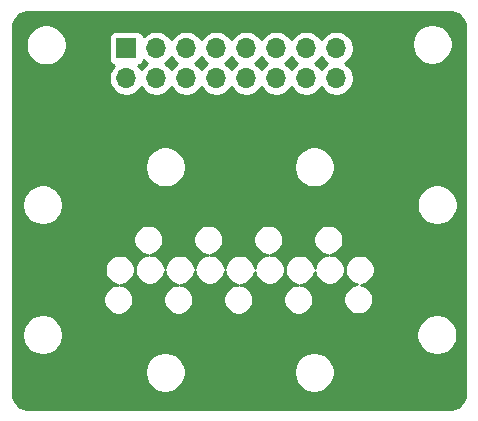
<source format=gtl>
G04 #@! TF.GenerationSoftware,KiCad,Pcbnew,(5.1.12)-1*
G04 #@! TF.CreationDate,2022-03-26T22:13:31+08:00*
G04 #@! TF.ProjectId,Nozzle,4e6f7a7a-6c65-42e6-9b69-6361645f7063,0.5*
G04 #@! TF.SameCoordinates,Original*
G04 #@! TF.FileFunction,Copper,L1,Top*
G04 #@! TF.FilePolarity,Positive*
%FSLAX46Y46*%
G04 Gerber Fmt 4.6, Leading zero omitted, Abs format (unit mm)*
G04 Created by KiCad (PCBNEW (5.1.12)-1) date 2022-03-26 22:13:31*
%MOMM*%
%LPD*%
G01*
G04 APERTURE LIST*
G04 #@! TA.AperFunction,ComponentPad*
%ADD10O,1.700000X1.700000*%
G04 #@! TD*
G04 #@! TA.AperFunction,ComponentPad*
%ADD11R,1.700000X1.700000*%
G04 #@! TD*
G04 #@! TA.AperFunction,NonConductor*
%ADD12C,0.254000*%
G04 #@! TD*
G04 #@! TA.AperFunction,NonConductor*
%ADD13C,0.100000*%
G04 #@! TD*
G04 APERTURE END LIST*
D10*
X146304000Y-47244000D03*
X146304000Y-44704000D03*
X143764000Y-47244000D03*
X143764000Y-44704000D03*
X141224000Y-47244000D03*
X141224000Y-44704000D03*
X138684000Y-47244000D03*
X138684000Y-44704000D03*
X136144000Y-47244000D03*
X136144000Y-44704000D03*
X133604000Y-47244000D03*
X133604000Y-44704000D03*
X131064000Y-47244000D03*
X131064000Y-44704000D03*
X128524000Y-47244000D03*
D11*
X128524000Y-44704000D03*
D12*
X156122342Y-41635930D02*
X156372112Y-41711340D01*
X156602475Y-41833827D01*
X156804661Y-41998726D01*
X156970970Y-42199759D01*
X157095061Y-42429260D01*
X157172212Y-42678496D01*
X157202683Y-42968411D01*
X157202682Y-73915048D01*
X157174057Y-74206987D01*
X157098647Y-74456756D01*
X156976159Y-74687121D01*
X156811262Y-74889305D01*
X156610227Y-75055615D01*
X156380727Y-75179705D01*
X156131491Y-75256856D01*
X155841585Y-75287326D01*
X120297261Y-75287326D01*
X120005332Y-75258702D01*
X119755564Y-75183293D01*
X119525198Y-75060805D01*
X119323013Y-74895907D01*
X119156704Y-74694873D01*
X119032613Y-74465372D01*
X118955460Y-74216132D01*
X118924990Y-73926228D01*
X118924990Y-71977817D01*
X130091000Y-71977817D01*
X130091000Y-72319583D01*
X130157675Y-72654781D01*
X130288463Y-72970531D01*
X130478337Y-73254698D01*
X130720002Y-73496363D01*
X131004169Y-73686237D01*
X131319919Y-73817025D01*
X131655117Y-73883700D01*
X131996883Y-73883700D01*
X132332081Y-73817025D01*
X132647831Y-73686237D01*
X132931998Y-73496363D01*
X133173663Y-73254698D01*
X133363537Y-72970531D01*
X133494325Y-72654781D01*
X133561000Y-72319583D01*
X133561000Y-71977817D01*
X142702100Y-71977817D01*
X142702100Y-72319583D01*
X142768775Y-72654781D01*
X142899563Y-72970531D01*
X143089437Y-73254698D01*
X143331102Y-73496363D01*
X143615269Y-73686237D01*
X143931019Y-73817025D01*
X144266217Y-73883700D01*
X144607983Y-73883700D01*
X144943181Y-73817025D01*
X145258931Y-73686237D01*
X145543098Y-73496363D01*
X145784763Y-73254698D01*
X145974637Y-72970531D01*
X146105425Y-72654781D01*
X146172100Y-72319583D01*
X146172100Y-71977817D01*
X146105425Y-71642619D01*
X145974637Y-71326869D01*
X145784763Y-71042702D01*
X145543098Y-70801037D01*
X145258931Y-70611163D01*
X144943181Y-70480375D01*
X144607983Y-70413700D01*
X144266217Y-70413700D01*
X143931019Y-70480375D01*
X143615269Y-70611163D01*
X143331102Y-70801037D01*
X143089437Y-71042702D01*
X142899563Y-71326869D01*
X142768775Y-71642619D01*
X142702100Y-71977817D01*
X133561000Y-71977817D01*
X133494325Y-71642619D01*
X133363537Y-71326869D01*
X133173663Y-71042702D01*
X132931998Y-70801037D01*
X132647831Y-70611163D01*
X132332081Y-70480375D01*
X131996883Y-70413700D01*
X131655117Y-70413700D01*
X131319919Y-70480375D01*
X131004169Y-70611163D01*
X130720002Y-70801037D01*
X130478337Y-71042702D01*
X130288463Y-71326869D01*
X130157675Y-71642619D01*
X130091000Y-71977817D01*
X118924990Y-71977817D01*
X118924990Y-68777417D01*
X119702400Y-68777417D01*
X119702400Y-69119183D01*
X119769075Y-69454381D01*
X119899863Y-69770131D01*
X120089737Y-70054298D01*
X120331402Y-70295963D01*
X120615569Y-70485837D01*
X120931319Y-70616625D01*
X121266517Y-70683300D01*
X121608283Y-70683300D01*
X121943481Y-70616625D01*
X122259231Y-70485837D01*
X122543398Y-70295963D01*
X122785063Y-70054298D01*
X122974937Y-69770131D01*
X123105725Y-69454381D01*
X123172400Y-69119183D01*
X123172400Y-68777417D01*
X153090700Y-68777417D01*
X153090700Y-69119183D01*
X153157375Y-69454381D01*
X153288163Y-69770131D01*
X153478037Y-70054298D01*
X153719702Y-70295963D01*
X154003869Y-70485837D01*
X154319619Y-70616625D01*
X154654817Y-70683300D01*
X154996583Y-70683300D01*
X155331781Y-70616625D01*
X155647531Y-70485837D01*
X155931698Y-70295963D01*
X156173363Y-70054298D01*
X156363237Y-69770131D01*
X156494025Y-69454381D01*
X156560700Y-69119183D01*
X156560700Y-68777417D01*
X156494025Y-68442219D01*
X156363237Y-68126469D01*
X156173363Y-67842302D01*
X155931698Y-67600637D01*
X155647531Y-67410763D01*
X155331781Y-67279975D01*
X154996583Y-67213300D01*
X154654817Y-67213300D01*
X154319619Y-67279975D01*
X154003869Y-67410763D01*
X153719702Y-67600637D01*
X153478037Y-67842302D01*
X153288163Y-68126469D01*
X153157375Y-68442219D01*
X153090700Y-68777417D01*
X123172400Y-68777417D01*
X123105725Y-68442219D01*
X122974937Y-68126469D01*
X122785063Y-67842302D01*
X122543398Y-67600637D01*
X122259231Y-67410763D01*
X121943481Y-67279975D01*
X121608283Y-67213300D01*
X121266517Y-67213300D01*
X120931319Y-67279975D01*
X120615569Y-67410763D01*
X120331402Y-67600637D01*
X120089737Y-67842302D01*
X119899863Y-68126469D01*
X119769075Y-68442219D01*
X119702400Y-68777417D01*
X118924990Y-68777417D01*
X118924990Y-65864116D01*
X126568200Y-65864116D01*
X126568200Y-66114284D01*
X126617005Y-66359645D01*
X126712741Y-66590771D01*
X126851727Y-66798778D01*
X127028622Y-66975673D01*
X127236629Y-67114659D01*
X127467755Y-67210395D01*
X127713116Y-67259200D01*
X127963284Y-67259200D01*
X128208645Y-67210395D01*
X128439771Y-67114659D01*
X128647778Y-66975673D01*
X128824673Y-66798778D01*
X128963659Y-66590771D01*
X129059395Y-66359645D01*
X129108200Y-66114284D01*
X129108200Y-65864116D01*
X129059395Y-65618755D01*
X128963659Y-65387629D01*
X128824673Y-65179622D01*
X128647778Y-65002727D01*
X128439771Y-64863741D01*
X128208645Y-64768005D01*
X127963284Y-64719200D01*
X128090284Y-64719200D01*
X128335645Y-64670395D01*
X128566771Y-64574659D01*
X128774778Y-64435673D01*
X128951673Y-64258778D01*
X129090659Y-64050771D01*
X129186395Y-63819645D01*
X129235200Y-63574284D01*
X129235200Y-63324116D01*
X129186395Y-63078755D01*
X129090659Y-62847629D01*
X128951673Y-62639622D01*
X128774778Y-62462727D01*
X128566771Y-62323741D01*
X128335645Y-62228005D01*
X128090284Y-62179200D01*
X127840116Y-62179200D01*
X127594755Y-62228005D01*
X127363629Y-62323741D01*
X127155622Y-62462727D01*
X126978727Y-62639622D01*
X126839741Y-62847629D01*
X126744005Y-63078755D01*
X126695200Y-63324116D01*
X126695200Y-63574284D01*
X126744005Y-63819645D01*
X126839741Y-64050771D01*
X126978727Y-64258778D01*
X127155622Y-64435673D01*
X127363629Y-64574659D01*
X127594755Y-64670395D01*
X127840116Y-64719200D01*
X127713116Y-64719200D01*
X127467755Y-64768005D01*
X127236629Y-64863741D01*
X127028622Y-65002727D01*
X126851727Y-65179622D01*
X126712741Y-65387629D01*
X126617005Y-65618755D01*
X126568200Y-65864116D01*
X118924990Y-65864116D01*
X118924990Y-60784116D01*
X129108200Y-60784116D01*
X129108200Y-61034284D01*
X129157005Y-61279645D01*
X129252741Y-61510771D01*
X129391727Y-61718778D01*
X129568622Y-61895673D01*
X129776629Y-62034659D01*
X130007755Y-62130395D01*
X130253116Y-62179200D01*
X130392816Y-62179200D01*
X130147455Y-62228005D01*
X129916329Y-62323741D01*
X129708322Y-62462727D01*
X129531427Y-62639622D01*
X129392441Y-62847629D01*
X129296705Y-63078755D01*
X129247900Y-63324116D01*
X129247900Y-63574284D01*
X129296705Y-63819645D01*
X129392441Y-64050771D01*
X129531427Y-64258778D01*
X129708322Y-64435673D01*
X129916329Y-64574659D01*
X130147455Y-64670395D01*
X130392816Y-64719200D01*
X130642984Y-64719200D01*
X130888345Y-64670395D01*
X131119471Y-64574659D01*
X131327478Y-64435673D01*
X131504373Y-64258778D01*
X131643359Y-64050771D01*
X131739095Y-63819645D01*
X131787900Y-63574284D01*
X131836705Y-63819645D01*
X131932441Y-64050771D01*
X132071427Y-64258778D01*
X132248322Y-64435673D01*
X132456329Y-64574659D01*
X132687455Y-64670395D01*
X132932816Y-64719200D01*
X132793116Y-64719200D01*
X132547755Y-64768005D01*
X132316629Y-64863741D01*
X132108622Y-65002727D01*
X131931727Y-65179622D01*
X131792741Y-65387629D01*
X131697005Y-65618755D01*
X131648200Y-65864116D01*
X131648200Y-66114284D01*
X131697005Y-66359645D01*
X131792741Y-66590771D01*
X131931727Y-66798778D01*
X132108622Y-66975673D01*
X132316629Y-67114659D01*
X132547755Y-67210395D01*
X132793116Y-67259200D01*
X133043284Y-67259200D01*
X133288645Y-67210395D01*
X133519771Y-67114659D01*
X133727778Y-66975673D01*
X133904673Y-66798778D01*
X134043659Y-66590771D01*
X134139395Y-66359645D01*
X134188200Y-66114284D01*
X134188200Y-65864116D01*
X134139395Y-65618755D01*
X134043659Y-65387629D01*
X133904673Y-65179622D01*
X133727778Y-65002727D01*
X133519771Y-64863741D01*
X133288645Y-64768005D01*
X133043284Y-64719200D01*
X133182984Y-64719200D01*
X133428345Y-64670395D01*
X133659471Y-64574659D01*
X133867478Y-64435673D01*
X134044373Y-64258778D01*
X134183359Y-64050771D01*
X134279095Y-63819645D01*
X134327900Y-63574284D01*
X134376705Y-63819645D01*
X134472441Y-64050771D01*
X134611427Y-64258778D01*
X134788322Y-64435673D01*
X134996329Y-64574659D01*
X135227455Y-64670395D01*
X135472816Y-64719200D01*
X135722984Y-64719200D01*
X135968345Y-64670395D01*
X136199471Y-64574659D01*
X136407478Y-64435673D01*
X136584373Y-64258778D01*
X136723359Y-64050771D01*
X136819095Y-63819645D01*
X136867900Y-63574284D01*
X136916705Y-63819645D01*
X137012441Y-64050771D01*
X137151427Y-64258778D01*
X137328322Y-64435673D01*
X137536329Y-64574659D01*
X137767455Y-64670395D01*
X138012816Y-64719200D01*
X137873116Y-64719200D01*
X137627755Y-64768005D01*
X137396629Y-64863741D01*
X137188622Y-65002727D01*
X137011727Y-65179622D01*
X136872741Y-65387629D01*
X136777005Y-65618755D01*
X136728200Y-65864116D01*
X136728200Y-66114284D01*
X136777005Y-66359645D01*
X136872741Y-66590771D01*
X137011727Y-66798778D01*
X137188622Y-66975673D01*
X137396629Y-67114659D01*
X137627755Y-67210395D01*
X137873116Y-67259200D01*
X138123284Y-67259200D01*
X138368645Y-67210395D01*
X138599771Y-67114659D01*
X138807778Y-66975673D01*
X138984673Y-66798778D01*
X139123659Y-66590771D01*
X139219395Y-66359645D01*
X139268200Y-66114284D01*
X139268200Y-65864116D01*
X141808200Y-65864116D01*
X141808200Y-66114284D01*
X141857005Y-66359645D01*
X141952741Y-66590771D01*
X142091727Y-66798778D01*
X142268622Y-66975673D01*
X142476629Y-67114659D01*
X142707755Y-67210395D01*
X142953116Y-67259200D01*
X143203284Y-67259200D01*
X143448645Y-67210395D01*
X143679771Y-67114659D01*
X143887778Y-66975673D01*
X144064673Y-66798778D01*
X144203659Y-66590771D01*
X144299395Y-66359645D01*
X144348200Y-66114284D01*
X144348200Y-65864116D01*
X144343148Y-65838716D01*
X146888200Y-65838716D01*
X146888200Y-66088884D01*
X146937005Y-66334245D01*
X147032741Y-66565371D01*
X147171727Y-66773378D01*
X147348622Y-66950273D01*
X147556629Y-67089259D01*
X147787755Y-67184995D01*
X148033116Y-67233800D01*
X148283284Y-67233800D01*
X148528645Y-67184995D01*
X148759771Y-67089259D01*
X148967778Y-66950273D01*
X149144673Y-66773378D01*
X149283659Y-66565371D01*
X149379395Y-66334245D01*
X149428200Y-66088884D01*
X149428200Y-65838716D01*
X149379395Y-65593355D01*
X149283659Y-65362229D01*
X149144673Y-65154222D01*
X148967778Y-64977327D01*
X148759771Y-64838341D01*
X148528645Y-64742605D01*
X148410979Y-64719200D01*
X148422984Y-64719200D01*
X148668345Y-64670395D01*
X148899471Y-64574659D01*
X149107478Y-64435673D01*
X149284373Y-64258778D01*
X149423359Y-64050771D01*
X149519095Y-63819645D01*
X149567900Y-63574284D01*
X149567900Y-63324116D01*
X149519095Y-63078755D01*
X149423359Y-62847629D01*
X149284373Y-62639622D01*
X149107478Y-62462727D01*
X148899471Y-62323741D01*
X148668345Y-62228005D01*
X148422984Y-62179200D01*
X148172816Y-62179200D01*
X147927455Y-62228005D01*
X147696329Y-62323741D01*
X147488322Y-62462727D01*
X147311427Y-62639622D01*
X147172441Y-62847629D01*
X147076705Y-63078755D01*
X147027900Y-63324116D01*
X147027900Y-63574284D01*
X147076705Y-63819645D01*
X147172441Y-64050771D01*
X147311427Y-64258778D01*
X147488322Y-64435673D01*
X147696329Y-64574659D01*
X147927455Y-64670395D01*
X148045121Y-64693800D01*
X148033116Y-64693800D01*
X147787755Y-64742605D01*
X147556629Y-64838341D01*
X147348622Y-64977327D01*
X147171727Y-65154222D01*
X147032741Y-65362229D01*
X146937005Y-65593355D01*
X146888200Y-65838716D01*
X144343148Y-65838716D01*
X144299395Y-65618755D01*
X144203659Y-65387629D01*
X144064673Y-65179622D01*
X143887778Y-65002727D01*
X143679771Y-64863741D01*
X143448645Y-64768005D01*
X143203284Y-64719200D01*
X143342984Y-64719200D01*
X143588345Y-64670395D01*
X143819471Y-64574659D01*
X144027478Y-64435673D01*
X144204373Y-64258778D01*
X144343359Y-64050771D01*
X144439095Y-63819645D01*
X144481550Y-63606208D01*
X144524005Y-63819645D01*
X144619741Y-64050771D01*
X144758727Y-64258778D01*
X144935622Y-64435673D01*
X145143629Y-64574659D01*
X145374755Y-64670395D01*
X145620116Y-64719200D01*
X145870284Y-64719200D01*
X146115645Y-64670395D01*
X146346771Y-64574659D01*
X146554778Y-64435673D01*
X146731673Y-64258778D01*
X146870659Y-64050771D01*
X146966395Y-63819645D01*
X147015200Y-63574284D01*
X147015200Y-63324116D01*
X146966395Y-63078755D01*
X146870659Y-62847629D01*
X146731673Y-62639622D01*
X146554778Y-62462727D01*
X146346771Y-62323741D01*
X146115645Y-62228005D01*
X145870284Y-62179200D01*
X145755984Y-62179200D01*
X146001345Y-62130395D01*
X146232471Y-62034659D01*
X146440478Y-61895673D01*
X146617373Y-61718778D01*
X146756359Y-61510771D01*
X146852095Y-61279645D01*
X146900900Y-61034284D01*
X146900900Y-60784116D01*
X146852095Y-60538755D01*
X146756359Y-60307629D01*
X146617373Y-60099622D01*
X146440478Y-59922727D01*
X146232471Y-59783741D01*
X146001345Y-59688005D01*
X145755984Y-59639200D01*
X145505816Y-59639200D01*
X145260455Y-59688005D01*
X145029329Y-59783741D01*
X144821322Y-59922727D01*
X144644427Y-60099622D01*
X144505441Y-60307629D01*
X144409705Y-60538755D01*
X144360900Y-60784116D01*
X144360900Y-61034284D01*
X144409705Y-61279645D01*
X144505441Y-61510771D01*
X144644427Y-61718778D01*
X144821322Y-61895673D01*
X145029329Y-62034659D01*
X145260455Y-62130395D01*
X145505816Y-62179200D01*
X145620116Y-62179200D01*
X145374755Y-62228005D01*
X145143629Y-62323741D01*
X144935622Y-62462727D01*
X144758727Y-62639622D01*
X144619741Y-62847629D01*
X144524005Y-63078755D01*
X144481550Y-63292192D01*
X144439095Y-63078755D01*
X144343359Y-62847629D01*
X144204373Y-62639622D01*
X144027478Y-62462727D01*
X143819471Y-62323741D01*
X143588345Y-62228005D01*
X143342984Y-62179200D01*
X143092816Y-62179200D01*
X142847455Y-62228005D01*
X142616329Y-62323741D01*
X142408322Y-62462727D01*
X142231427Y-62639622D01*
X142092441Y-62847629D01*
X141996705Y-63078755D01*
X141947900Y-63324116D01*
X141947900Y-63574284D01*
X141996705Y-63819645D01*
X142092441Y-64050771D01*
X142231427Y-64258778D01*
X142408322Y-64435673D01*
X142616329Y-64574659D01*
X142847455Y-64670395D01*
X143092816Y-64719200D01*
X142953116Y-64719200D01*
X142707755Y-64768005D01*
X142476629Y-64863741D01*
X142268622Y-65002727D01*
X142091727Y-65179622D01*
X141952741Y-65387629D01*
X141857005Y-65618755D01*
X141808200Y-65864116D01*
X139268200Y-65864116D01*
X139219395Y-65618755D01*
X139123659Y-65387629D01*
X138984673Y-65179622D01*
X138807778Y-65002727D01*
X138599771Y-64863741D01*
X138368645Y-64768005D01*
X138123284Y-64719200D01*
X138262984Y-64719200D01*
X138508345Y-64670395D01*
X138739471Y-64574659D01*
X138947478Y-64435673D01*
X139124373Y-64258778D01*
X139263359Y-64050771D01*
X139359095Y-63819645D01*
X139401550Y-63606208D01*
X139444005Y-63819645D01*
X139539741Y-64050771D01*
X139678727Y-64258778D01*
X139855622Y-64435673D01*
X140063629Y-64574659D01*
X140294755Y-64670395D01*
X140540116Y-64719200D01*
X140790284Y-64719200D01*
X141035645Y-64670395D01*
X141266771Y-64574659D01*
X141474778Y-64435673D01*
X141651673Y-64258778D01*
X141790659Y-64050771D01*
X141886395Y-63819645D01*
X141935200Y-63574284D01*
X141935200Y-63324116D01*
X141886395Y-63078755D01*
X141790659Y-62847629D01*
X141651673Y-62639622D01*
X141474778Y-62462727D01*
X141266771Y-62323741D01*
X141035645Y-62228005D01*
X140790284Y-62179200D01*
X140663284Y-62179200D01*
X140908645Y-62130395D01*
X141139771Y-62034659D01*
X141347778Y-61895673D01*
X141524673Y-61718778D01*
X141663659Y-61510771D01*
X141759395Y-61279645D01*
X141808200Y-61034284D01*
X141808200Y-60784116D01*
X141759395Y-60538755D01*
X141663659Y-60307629D01*
X141524673Y-60099622D01*
X141347778Y-59922727D01*
X141139771Y-59783741D01*
X140908645Y-59688005D01*
X140663284Y-59639200D01*
X140413116Y-59639200D01*
X140167755Y-59688005D01*
X139936629Y-59783741D01*
X139728622Y-59922727D01*
X139551727Y-60099622D01*
X139412741Y-60307629D01*
X139317005Y-60538755D01*
X139268200Y-60784116D01*
X139268200Y-61034284D01*
X139317005Y-61279645D01*
X139412741Y-61510771D01*
X139551727Y-61718778D01*
X139728622Y-61895673D01*
X139936629Y-62034659D01*
X140167755Y-62130395D01*
X140413116Y-62179200D01*
X140540116Y-62179200D01*
X140294755Y-62228005D01*
X140063629Y-62323741D01*
X139855622Y-62462727D01*
X139678727Y-62639622D01*
X139539741Y-62847629D01*
X139444005Y-63078755D01*
X139401550Y-63292192D01*
X139359095Y-63078755D01*
X139263359Y-62847629D01*
X139124373Y-62639622D01*
X138947478Y-62462727D01*
X138739471Y-62323741D01*
X138508345Y-62228005D01*
X138262984Y-62179200D01*
X138012816Y-62179200D01*
X137767455Y-62228005D01*
X137536329Y-62323741D01*
X137328322Y-62462727D01*
X137151427Y-62639622D01*
X137012441Y-62847629D01*
X136916705Y-63078755D01*
X136867900Y-63324116D01*
X136819095Y-63078755D01*
X136723359Y-62847629D01*
X136584373Y-62639622D01*
X136407478Y-62462727D01*
X136199471Y-62323741D01*
X135968345Y-62228005D01*
X135722984Y-62179200D01*
X135583284Y-62179200D01*
X135828645Y-62130395D01*
X136059771Y-62034659D01*
X136267778Y-61895673D01*
X136444673Y-61718778D01*
X136583659Y-61510771D01*
X136679395Y-61279645D01*
X136728200Y-61034284D01*
X136728200Y-60784116D01*
X136679395Y-60538755D01*
X136583659Y-60307629D01*
X136444673Y-60099622D01*
X136267778Y-59922727D01*
X136059771Y-59783741D01*
X135828645Y-59688005D01*
X135583284Y-59639200D01*
X135333116Y-59639200D01*
X135087755Y-59688005D01*
X134856629Y-59783741D01*
X134648622Y-59922727D01*
X134471727Y-60099622D01*
X134332741Y-60307629D01*
X134237005Y-60538755D01*
X134188200Y-60784116D01*
X134188200Y-61034284D01*
X134237005Y-61279645D01*
X134332741Y-61510771D01*
X134471727Y-61718778D01*
X134648622Y-61895673D01*
X134856629Y-62034659D01*
X135087755Y-62130395D01*
X135333116Y-62179200D01*
X135472816Y-62179200D01*
X135227455Y-62228005D01*
X134996329Y-62323741D01*
X134788322Y-62462727D01*
X134611427Y-62639622D01*
X134472441Y-62847629D01*
X134376705Y-63078755D01*
X134327900Y-63324116D01*
X134279095Y-63078755D01*
X134183359Y-62847629D01*
X134044373Y-62639622D01*
X133867478Y-62462727D01*
X133659471Y-62323741D01*
X133428345Y-62228005D01*
X133182984Y-62179200D01*
X132932816Y-62179200D01*
X132687455Y-62228005D01*
X132456329Y-62323741D01*
X132248322Y-62462727D01*
X132071427Y-62639622D01*
X131932441Y-62847629D01*
X131836705Y-63078755D01*
X131787900Y-63324116D01*
X131739095Y-63078755D01*
X131643359Y-62847629D01*
X131504373Y-62639622D01*
X131327478Y-62462727D01*
X131119471Y-62323741D01*
X130888345Y-62228005D01*
X130642984Y-62179200D01*
X130503284Y-62179200D01*
X130748645Y-62130395D01*
X130979771Y-62034659D01*
X131187778Y-61895673D01*
X131364673Y-61718778D01*
X131503659Y-61510771D01*
X131599395Y-61279645D01*
X131648200Y-61034284D01*
X131648200Y-60784116D01*
X131599395Y-60538755D01*
X131503659Y-60307629D01*
X131364673Y-60099622D01*
X131187778Y-59922727D01*
X130979771Y-59783741D01*
X130748645Y-59688005D01*
X130503284Y-59639200D01*
X130253116Y-59639200D01*
X130007755Y-59688005D01*
X129776629Y-59783741D01*
X129568622Y-59922727D01*
X129391727Y-60099622D01*
X129252741Y-60307629D01*
X129157005Y-60538755D01*
X129108200Y-60784116D01*
X118924990Y-60784116D01*
X118924990Y-57779217D01*
X119702400Y-57779217D01*
X119702400Y-58120983D01*
X119769075Y-58456181D01*
X119899863Y-58771931D01*
X120089737Y-59056098D01*
X120331402Y-59297763D01*
X120615569Y-59487637D01*
X120931319Y-59618425D01*
X121266517Y-59685100D01*
X121608283Y-59685100D01*
X121943481Y-59618425D01*
X122259231Y-59487637D01*
X122543398Y-59297763D01*
X122785063Y-59056098D01*
X122974937Y-58771931D01*
X123105725Y-58456181D01*
X123172400Y-58120983D01*
X123172400Y-57779217D01*
X153103400Y-57779217D01*
X153103400Y-58120983D01*
X153170075Y-58456181D01*
X153300863Y-58771931D01*
X153490737Y-59056098D01*
X153732402Y-59297763D01*
X154016569Y-59487637D01*
X154332319Y-59618425D01*
X154667517Y-59685100D01*
X155009283Y-59685100D01*
X155344481Y-59618425D01*
X155660231Y-59487637D01*
X155944398Y-59297763D01*
X156186063Y-59056098D01*
X156375937Y-58771931D01*
X156506725Y-58456181D01*
X156573400Y-58120983D01*
X156573400Y-57779217D01*
X156506725Y-57444019D01*
X156375937Y-57128269D01*
X156186063Y-56844102D01*
X155944398Y-56602437D01*
X155660231Y-56412563D01*
X155344481Y-56281775D01*
X155009283Y-56215100D01*
X154667517Y-56215100D01*
X154332319Y-56281775D01*
X154016569Y-56412563D01*
X153732402Y-56602437D01*
X153490737Y-56844102D01*
X153300863Y-57128269D01*
X153170075Y-57444019D01*
X153103400Y-57779217D01*
X123172400Y-57779217D01*
X123105725Y-57444019D01*
X122974937Y-57128269D01*
X122785063Y-56844102D01*
X122543398Y-56602437D01*
X122259231Y-56412563D01*
X121943481Y-56281775D01*
X121608283Y-56215100D01*
X121266517Y-56215100D01*
X120931319Y-56281775D01*
X120615569Y-56412563D01*
X120331402Y-56602437D01*
X120089737Y-56844102D01*
X119899863Y-57128269D01*
X119769075Y-57444019D01*
X119702400Y-57779217D01*
X118924990Y-57779217D01*
X118924990Y-54578817D01*
X130103700Y-54578817D01*
X130103700Y-54920583D01*
X130170375Y-55255781D01*
X130301163Y-55571531D01*
X130491037Y-55855698D01*
X130732702Y-56097363D01*
X131016869Y-56287237D01*
X131332619Y-56418025D01*
X131667817Y-56484700D01*
X132009583Y-56484700D01*
X132344781Y-56418025D01*
X132660531Y-56287237D01*
X132944698Y-56097363D01*
X133186363Y-55855698D01*
X133376237Y-55571531D01*
X133507025Y-55255781D01*
X133573700Y-54920583D01*
X133573700Y-54578817D01*
X142702100Y-54578817D01*
X142702100Y-54920583D01*
X142768775Y-55255781D01*
X142899563Y-55571531D01*
X143089437Y-55855698D01*
X143331102Y-56097363D01*
X143615269Y-56287237D01*
X143931019Y-56418025D01*
X144266217Y-56484700D01*
X144607983Y-56484700D01*
X144943181Y-56418025D01*
X145258931Y-56287237D01*
X145543098Y-56097363D01*
X145784763Y-55855698D01*
X145974637Y-55571531D01*
X146105425Y-55255781D01*
X146172100Y-54920583D01*
X146172100Y-54578817D01*
X146105425Y-54243619D01*
X145974637Y-53927869D01*
X145784763Y-53643702D01*
X145543098Y-53402037D01*
X145258931Y-53212163D01*
X144943181Y-53081375D01*
X144607983Y-53014700D01*
X144266217Y-53014700D01*
X143931019Y-53081375D01*
X143615269Y-53212163D01*
X143331102Y-53402037D01*
X143089437Y-53643702D01*
X142899563Y-53927869D01*
X142768775Y-54243619D01*
X142702100Y-54578817D01*
X133573700Y-54578817D01*
X133507025Y-54243619D01*
X133376237Y-53927869D01*
X133186363Y-53643702D01*
X132944698Y-53402037D01*
X132660531Y-53212163D01*
X132344781Y-53081375D01*
X132009583Y-53014700D01*
X131667817Y-53014700D01*
X131332619Y-53081375D01*
X131016869Y-53212163D01*
X130732702Y-53402037D01*
X130491037Y-53643702D01*
X130301163Y-53927869D01*
X130170375Y-54243619D01*
X130103700Y-54578817D01*
X118924990Y-54578817D01*
X118924991Y-44253717D01*
X120007200Y-44253717D01*
X120007200Y-44595483D01*
X120073875Y-44930681D01*
X120204663Y-45246431D01*
X120394537Y-45530598D01*
X120636202Y-45772263D01*
X120920369Y-45962137D01*
X121236119Y-46092925D01*
X121571317Y-46159600D01*
X121913083Y-46159600D01*
X122248281Y-46092925D01*
X122564031Y-45962137D01*
X122848198Y-45772263D01*
X123089863Y-45530598D01*
X123279737Y-45246431D01*
X123410525Y-44930681D01*
X123477200Y-44595483D01*
X123477200Y-44253717D01*
X123410525Y-43918519D01*
X123383801Y-43854000D01*
X127035928Y-43854000D01*
X127035928Y-45554000D01*
X127048188Y-45678482D01*
X127084498Y-45798180D01*
X127143463Y-45908494D01*
X127222815Y-46005185D01*
X127319506Y-46084537D01*
X127429820Y-46143502D01*
X127502380Y-46165513D01*
X127370525Y-46297368D01*
X127208010Y-46540589D01*
X127096068Y-46810842D01*
X127039000Y-47097740D01*
X127039000Y-47390260D01*
X127096068Y-47677158D01*
X127208010Y-47947411D01*
X127370525Y-48190632D01*
X127577368Y-48397475D01*
X127820589Y-48559990D01*
X128090842Y-48671932D01*
X128377740Y-48729000D01*
X128670260Y-48729000D01*
X128957158Y-48671932D01*
X129227411Y-48559990D01*
X129470632Y-48397475D01*
X129677475Y-48190632D01*
X129794000Y-48016240D01*
X129910525Y-48190632D01*
X130117368Y-48397475D01*
X130360589Y-48559990D01*
X130630842Y-48671932D01*
X130917740Y-48729000D01*
X131210260Y-48729000D01*
X131497158Y-48671932D01*
X131767411Y-48559990D01*
X132010632Y-48397475D01*
X132217475Y-48190632D01*
X132334000Y-48016240D01*
X132450525Y-48190632D01*
X132657368Y-48397475D01*
X132900589Y-48559990D01*
X133170842Y-48671932D01*
X133457740Y-48729000D01*
X133750260Y-48729000D01*
X134037158Y-48671932D01*
X134307411Y-48559990D01*
X134550632Y-48397475D01*
X134757475Y-48190632D01*
X134874000Y-48016240D01*
X134990525Y-48190632D01*
X135197368Y-48397475D01*
X135440589Y-48559990D01*
X135710842Y-48671932D01*
X135997740Y-48729000D01*
X136290260Y-48729000D01*
X136577158Y-48671932D01*
X136847411Y-48559990D01*
X137090632Y-48397475D01*
X137297475Y-48190632D01*
X137414000Y-48016240D01*
X137530525Y-48190632D01*
X137737368Y-48397475D01*
X137980589Y-48559990D01*
X138250842Y-48671932D01*
X138537740Y-48729000D01*
X138830260Y-48729000D01*
X139117158Y-48671932D01*
X139387411Y-48559990D01*
X139630632Y-48397475D01*
X139837475Y-48190632D01*
X139954000Y-48016240D01*
X140070525Y-48190632D01*
X140277368Y-48397475D01*
X140520589Y-48559990D01*
X140790842Y-48671932D01*
X141077740Y-48729000D01*
X141370260Y-48729000D01*
X141657158Y-48671932D01*
X141927411Y-48559990D01*
X142170632Y-48397475D01*
X142377475Y-48190632D01*
X142494000Y-48016240D01*
X142610525Y-48190632D01*
X142817368Y-48397475D01*
X143060589Y-48559990D01*
X143330842Y-48671932D01*
X143617740Y-48729000D01*
X143910260Y-48729000D01*
X144197158Y-48671932D01*
X144467411Y-48559990D01*
X144710632Y-48397475D01*
X144917475Y-48190632D01*
X145034000Y-48016240D01*
X145150525Y-48190632D01*
X145357368Y-48397475D01*
X145600589Y-48559990D01*
X145870842Y-48671932D01*
X146157740Y-48729000D01*
X146450260Y-48729000D01*
X146737158Y-48671932D01*
X147007411Y-48559990D01*
X147250632Y-48397475D01*
X147457475Y-48190632D01*
X147619990Y-47947411D01*
X147731932Y-47677158D01*
X147789000Y-47390260D01*
X147789000Y-47097740D01*
X147731932Y-46810842D01*
X147619990Y-46540589D01*
X147457475Y-46297368D01*
X147250632Y-46090525D01*
X147076240Y-45974000D01*
X147250632Y-45857475D01*
X147457475Y-45650632D01*
X147619990Y-45407411D01*
X147731932Y-45137158D01*
X147789000Y-44850260D01*
X147789000Y-44557740D01*
X147731932Y-44270842D01*
X147703797Y-44202917D01*
X152697000Y-44202917D01*
X152697000Y-44544683D01*
X152763675Y-44879881D01*
X152894463Y-45195631D01*
X153084337Y-45479798D01*
X153326002Y-45721463D01*
X153610169Y-45911337D01*
X153925919Y-46042125D01*
X154261117Y-46108800D01*
X154602883Y-46108800D01*
X154938081Y-46042125D01*
X155253831Y-45911337D01*
X155537998Y-45721463D01*
X155779663Y-45479798D01*
X155969537Y-45195631D01*
X156100325Y-44879881D01*
X156167000Y-44544683D01*
X156167000Y-44202917D01*
X156100325Y-43867719D01*
X155969537Y-43551969D01*
X155779663Y-43267802D01*
X155537998Y-43026137D01*
X155253831Y-42836263D01*
X154938081Y-42705475D01*
X154602883Y-42638800D01*
X154261117Y-42638800D01*
X153925919Y-42705475D01*
X153610169Y-42836263D01*
X153326002Y-43026137D01*
X153084337Y-43267802D01*
X152894463Y-43551969D01*
X152763675Y-43867719D01*
X152697000Y-44202917D01*
X147703797Y-44202917D01*
X147619990Y-44000589D01*
X147457475Y-43757368D01*
X147250632Y-43550525D01*
X147007411Y-43388010D01*
X146737158Y-43276068D01*
X146450260Y-43219000D01*
X146157740Y-43219000D01*
X145870842Y-43276068D01*
X145600589Y-43388010D01*
X145357368Y-43550525D01*
X145150525Y-43757368D01*
X145034000Y-43931760D01*
X144917475Y-43757368D01*
X144710632Y-43550525D01*
X144467411Y-43388010D01*
X144197158Y-43276068D01*
X143910260Y-43219000D01*
X143617740Y-43219000D01*
X143330842Y-43276068D01*
X143060589Y-43388010D01*
X142817368Y-43550525D01*
X142610525Y-43757368D01*
X142494000Y-43931760D01*
X142377475Y-43757368D01*
X142170632Y-43550525D01*
X141927411Y-43388010D01*
X141657158Y-43276068D01*
X141370260Y-43219000D01*
X141077740Y-43219000D01*
X140790842Y-43276068D01*
X140520589Y-43388010D01*
X140277368Y-43550525D01*
X140070525Y-43757368D01*
X139954000Y-43931760D01*
X139837475Y-43757368D01*
X139630632Y-43550525D01*
X139387411Y-43388010D01*
X139117158Y-43276068D01*
X138830260Y-43219000D01*
X138537740Y-43219000D01*
X138250842Y-43276068D01*
X137980589Y-43388010D01*
X137737368Y-43550525D01*
X137530525Y-43757368D01*
X137414000Y-43931760D01*
X137297475Y-43757368D01*
X137090632Y-43550525D01*
X136847411Y-43388010D01*
X136577158Y-43276068D01*
X136290260Y-43219000D01*
X135997740Y-43219000D01*
X135710842Y-43276068D01*
X135440589Y-43388010D01*
X135197368Y-43550525D01*
X134990525Y-43757368D01*
X134874000Y-43931760D01*
X134757475Y-43757368D01*
X134550632Y-43550525D01*
X134307411Y-43388010D01*
X134037158Y-43276068D01*
X133750260Y-43219000D01*
X133457740Y-43219000D01*
X133170842Y-43276068D01*
X132900589Y-43388010D01*
X132657368Y-43550525D01*
X132450525Y-43757368D01*
X132334000Y-43931760D01*
X132217475Y-43757368D01*
X132010632Y-43550525D01*
X131767411Y-43388010D01*
X131497158Y-43276068D01*
X131210260Y-43219000D01*
X130917740Y-43219000D01*
X130630842Y-43276068D01*
X130360589Y-43388010D01*
X130117368Y-43550525D01*
X129985513Y-43682380D01*
X129963502Y-43609820D01*
X129904537Y-43499506D01*
X129825185Y-43402815D01*
X129728494Y-43323463D01*
X129618180Y-43264498D01*
X129498482Y-43228188D01*
X129374000Y-43215928D01*
X127674000Y-43215928D01*
X127549518Y-43228188D01*
X127429820Y-43264498D01*
X127319506Y-43323463D01*
X127222815Y-43402815D01*
X127143463Y-43499506D01*
X127084498Y-43609820D01*
X127048188Y-43729518D01*
X127035928Y-43854000D01*
X123383801Y-43854000D01*
X123279737Y-43602769D01*
X123089863Y-43318602D01*
X122848198Y-43076937D01*
X122564031Y-42887063D01*
X122248281Y-42756275D01*
X121913083Y-42689600D01*
X121571317Y-42689600D01*
X121236119Y-42756275D01*
X120920369Y-42887063D01*
X120636202Y-43076937D01*
X120394537Y-43318602D01*
X120204663Y-43602769D01*
X120073875Y-43918519D01*
X120007200Y-44253717D01*
X118924991Y-44253717D01*
X118924992Y-42979594D01*
X118953618Y-42687647D01*
X119029028Y-42437876D01*
X119151514Y-42207512D01*
X119316412Y-42005328D01*
X119517446Y-41839019D01*
X119746949Y-41714927D01*
X119996181Y-41637776D01*
X120286087Y-41607306D01*
X155830414Y-41607306D01*
X156122342Y-41635930D01*
G04 #@! TA.AperFunction,NonConductor*
D13*
G36*
X156122342Y-41635930D02*
G01*
X156372112Y-41711340D01*
X156602475Y-41833827D01*
X156804661Y-41998726D01*
X156970970Y-42199759D01*
X157095061Y-42429260D01*
X157172212Y-42678496D01*
X157202683Y-42968411D01*
X157202682Y-73915048D01*
X157174057Y-74206987D01*
X157098647Y-74456756D01*
X156976159Y-74687121D01*
X156811262Y-74889305D01*
X156610227Y-75055615D01*
X156380727Y-75179705D01*
X156131491Y-75256856D01*
X155841585Y-75287326D01*
X120297261Y-75287326D01*
X120005332Y-75258702D01*
X119755564Y-75183293D01*
X119525198Y-75060805D01*
X119323013Y-74895907D01*
X119156704Y-74694873D01*
X119032613Y-74465372D01*
X118955460Y-74216132D01*
X118924990Y-73926228D01*
X118924990Y-71977817D01*
X130091000Y-71977817D01*
X130091000Y-72319583D01*
X130157675Y-72654781D01*
X130288463Y-72970531D01*
X130478337Y-73254698D01*
X130720002Y-73496363D01*
X131004169Y-73686237D01*
X131319919Y-73817025D01*
X131655117Y-73883700D01*
X131996883Y-73883700D01*
X132332081Y-73817025D01*
X132647831Y-73686237D01*
X132931998Y-73496363D01*
X133173663Y-73254698D01*
X133363537Y-72970531D01*
X133494325Y-72654781D01*
X133561000Y-72319583D01*
X133561000Y-71977817D01*
X142702100Y-71977817D01*
X142702100Y-72319583D01*
X142768775Y-72654781D01*
X142899563Y-72970531D01*
X143089437Y-73254698D01*
X143331102Y-73496363D01*
X143615269Y-73686237D01*
X143931019Y-73817025D01*
X144266217Y-73883700D01*
X144607983Y-73883700D01*
X144943181Y-73817025D01*
X145258931Y-73686237D01*
X145543098Y-73496363D01*
X145784763Y-73254698D01*
X145974637Y-72970531D01*
X146105425Y-72654781D01*
X146172100Y-72319583D01*
X146172100Y-71977817D01*
X146105425Y-71642619D01*
X145974637Y-71326869D01*
X145784763Y-71042702D01*
X145543098Y-70801037D01*
X145258931Y-70611163D01*
X144943181Y-70480375D01*
X144607983Y-70413700D01*
X144266217Y-70413700D01*
X143931019Y-70480375D01*
X143615269Y-70611163D01*
X143331102Y-70801037D01*
X143089437Y-71042702D01*
X142899563Y-71326869D01*
X142768775Y-71642619D01*
X142702100Y-71977817D01*
X133561000Y-71977817D01*
X133494325Y-71642619D01*
X133363537Y-71326869D01*
X133173663Y-71042702D01*
X132931998Y-70801037D01*
X132647831Y-70611163D01*
X132332081Y-70480375D01*
X131996883Y-70413700D01*
X131655117Y-70413700D01*
X131319919Y-70480375D01*
X131004169Y-70611163D01*
X130720002Y-70801037D01*
X130478337Y-71042702D01*
X130288463Y-71326869D01*
X130157675Y-71642619D01*
X130091000Y-71977817D01*
X118924990Y-71977817D01*
X118924990Y-68777417D01*
X119702400Y-68777417D01*
X119702400Y-69119183D01*
X119769075Y-69454381D01*
X119899863Y-69770131D01*
X120089737Y-70054298D01*
X120331402Y-70295963D01*
X120615569Y-70485837D01*
X120931319Y-70616625D01*
X121266517Y-70683300D01*
X121608283Y-70683300D01*
X121943481Y-70616625D01*
X122259231Y-70485837D01*
X122543398Y-70295963D01*
X122785063Y-70054298D01*
X122974937Y-69770131D01*
X123105725Y-69454381D01*
X123172400Y-69119183D01*
X123172400Y-68777417D01*
X153090700Y-68777417D01*
X153090700Y-69119183D01*
X153157375Y-69454381D01*
X153288163Y-69770131D01*
X153478037Y-70054298D01*
X153719702Y-70295963D01*
X154003869Y-70485837D01*
X154319619Y-70616625D01*
X154654817Y-70683300D01*
X154996583Y-70683300D01*
X155331781Y-70616625D01*
X155647531Y-70485837D01*
X155931698Y-70295963D01*
X156173363Y-70054298D01*
X156363237Y-69770131D01*
X156494025Y-69454381D01*
X156560700Y-69119183D01*
X156560700Y-68777417D01*
X156494025Y-68442219D01*
X156363237Y-68126469D01*
X156173363Y-67842302D01*
X155931698Y-67600637D01*
X155647531Y-67410763D01*
X155331781Y-67279975D01*
X154996583Y-67213300D01*
X154654817Y-67213300D01*
X154319619Y-67279975D01*
X154003869Y-67410763D01*
X153719702Y-67600637D01*
X153478037Y-67842302D01*
X153288163Y-68126469D01*
X153157375Y-68442219D01*
X153090700Y-68777417D01*
X123172400Y-68777417D01*
X123105725Y-68442219D01*
X122974937Y-68126469D01*
X122785063Y-67842302D01*
X122543398Y-67600637D01*
X122259231Y-67410763D01*
X121943481Y-67279975D01*
X121608283Y-67213300D01*
X121266517Y-67213300D01*
X120931319Y-67279975D01*
X120615569Y-67410763D01*
X120331402Y-67600637D01*
X120089737Y-67842302D01*
X119899863Y-68126469D01*
X119769075Y-68442219D01*
X119702400Y-68777417D01*
X118924990Y-68777417D01*
X118924990Y-65864116D01*
X126568200Y-65864116D01*
X126568200Y-66114284D01*
X126617005Y-66359645D01*
X126712741Y-66590771D01*
X126851727Y-66798778D01*
X127028622Y-66975673D01*
X127236629Y-67114659D01*
X127467755Y-67210395D01*
X127713116Y-67259200D01*
X127963284Y-67259200D01*
X128208645Y-67210395D01*
X128439771Y-67114659D01*
X128647778Y-66975673D01*
X128824673Y-66798778D01*
X128963659Y-66590771D01*
X129059395Y-66359645D01*
X129108200Y-66114284D01*
X129108200Y-65864116D01*
X129059395Y-65618755D01*
X128963659Y-65387629D01*
X128824673Y-65179622D01*
X128647778Y-65002727D01*
X128439771Y-64863741D01*
X128208645Y-64768005D01*
X127963284Y-64719200D01*
X128090284Y-64719200D01*
X128335645Y-64670395D01*
X128566771Y-64574659D01*
X128774778Y-64435673D01*
X128951673Y-64258778D01*
X129090659Y-64050771D01*
X129186395Y-63819645D01*
X129235200Y-63574284D01*
X129235200Y-63324116D01*
X129186395Y-63078755D01*
X129090659Y-62847629D01*
X128951673Y-62639622D01*
X128774778Y-62462727D01*
X128566771Y-62323741D01*
X128335645Y-62228005D01*
X128090284Y-62179200D01*
X127840116Y-62179200D01*
X127594755Y-62228005D01*
X127363629Y-62323741D01*
X127155622Y-62462727D01*
X126978727Y-62639622D01*
X126839741Y-62847629D01*
X126744005Y-63078755D01*
X126695200Y-63324116D01*
X126695200Y-63574284D01*
X126744005Y-63819645D01*
X126839741Y-64050771D01*
X126978727Y-64258778D01*
X127155622Y-64435673D01*
X127363629Y-64574659D01*
X127594755Y-64670395D01*
X127840116Y-64719200D01*
X127713116Y-64719200D01*
X127467755Y-64768005D01*
X127236629Y-64863741D01*
X127028622Y-65002727D01*
X126851727Y-65179622D01*
X126712741Y-65387629D01*
X126617005Y-65618755D01*
X126568200Y-65864116D01*
X118924990Y-65864116D01*
X118924990Y-60784116D01*
X129108200Y-60784116D01*
X129108200Y-61034284D01*
X129157005Y-61279645D01*
X129252741Y-61510771D01*
X129391727Y-61718778D01*
X129568622Y-61895673D01*
X129776629Y-62034659D01*
X130007755Y-62130395D01*
X130253116Y-62179200D01*
X130392816Y-62179200D01*
X130147455Y-62228005D01*
X129916329Y-62323741D01*
X129708322Y-62462727D01*
X129531427Y-62639622D01*
X129392441Y-62847629D01*
X129296705Y-63078755D01*
X129247900Y-63324116D01*
X129247900Y-63574284D01*
X129296705Y-63819645D01*
X129392441Y-64050771D01*
X129531427Y-64258778D01*
X129708322Y-64435673D01*
X129916329Y-64574659D01*
X130147455Y-64670395D01*
X130392816Y-64719200D01*
X130642984Y-64719200D01*
X130888345Y-64670395D01*
X131119471Y-64574659D01*
X131327478Y-64435673D01*
X131504373Y-64258778D01*
X131643359Y-64050771D01*
X131739095Y-63819645D01*
X131787900Y-63574284D01*
X131836705Y-63819645D01*
X131932441Y-64050771D01*
X132071427Y-64258778D01*
X132248322Y-64435673D01*
X132456329Y-64574659D01*
X132687455Y-64670395D01*
X132932816Y-64719200D01*
X132793116Y-64719200D01*
X132547755Y-64768005D01*
X132316629Y-64863741D01*
X132108622Y-65002727D01*
X131931727Y-65179622D01*
X131792741Y-65387629D01*
X131697005Y-65618755D01*
X131648200Y-65864116D01*
X131648200Y-66114284D01*
X131697005Y-66359645D01*
X131792741Y-66590771D01*
X131931727Y-66798778D01*
X132108622Y-66975673D01*
X132316629Y-67114659D01*
X132547755Y-67210395D01*
X132793116Y-67259200D01*
X133043284Y-67259200D01*
X133288645Y-67210395D01*
X133519771Y-67114659D01*
X133727778Y-66975673D01*
X133904673Y-66798778D01*
X134043659Y-66590771D01*
X134139395Y-66359645D01*
X134188200Y-66114284D01*
X134188200Y-65864116D01*
X134139395Y-65618755D01*
X134043659Y-65387629D01*
X133904673Y-65179622D01*
X133727778Y-65002727D01*
X133519771Y-64863741D01*
X133288645Y-64768005D01*
X133043284Y-64719200D01*
X133182984Y-64719200D01*
X133428345Y-64670395D01*
X133659471Y-64574659D01*
X133867478Y-64435673D01*
X134044373Y-64258778D01*
X134183359Y-64050771D01*
X134279095Y-63819645D01*
X134327900Y-63574284D01*
X134376705Y-63819645D01*
X134472441Y-64050771D01*
X134611427Y-64258778D01*
X134788322Y-64435673D01*
X134996329Y-64574659D01*
X135227455Y-64670395D01*
X135472816Y-64719200D01*
X135722984Y-64719200D01*
X135968345Y-64670395D01*
X136199471Y-64574659D01*
X136407478Y-64435673D01*
X136584373Y-64258778D01*
X136723359Y-64050771D01*
X136819095Y-63819645D01*
X136867900Y-63574284D01*
X136916705Y-63819645D01*
X137012441Y-64050771D01*
X137151427Y-64258778D01*
X137328322Y-64435673D01*
X137536329Y-64574659D01*
X137767455Y-64670395D01*
X138012816Y-64719200D01*
X137873116Y-64719200D01*
X137627755Y-64768005D01*
X137396629Y-64863741D01*
X137188622Y-65002727D01*
X137011727Y-65179622D01*
X136872741Y-65387629D01*
X136777005Y-65618755D01*
X136728200Y-65864116D01*
X136728200Y-66114284D01*
X136777005Y-66359645D01*
X136872741Y-66590771D01*
X137011727Y-66798778D01*
X137188622Y-66975673D01*
X137396629Y-67114659D01*
X137627755Y-67210395D01*
X137873116Y-67259200D01*
X138123284Y-67259200D01*
X138368645Y-67210395D01*
X138599771Y-67114659D01*
X138807778Y-66975673D01*
X138984673Y-66798778D01*
X139123659Y-66590771D01*
X139219395Y-66359645D01*
X139268200Y-66114284D01*
X139268200Y-65864116D01*
X141808200Y-65864116D01*
X141808200Y-66114284D01*
X141857005Y-66359645D01*
X141952741Y-66590771D01*
X142091727Y-66798778D01*
X142268622Y-66975673D01*
X142476629Y-67114659D01*
X142707755Y-67210395D01*
X142953116Y-67259200D01*
X143203284Y-67259200D01*
X143448645Y-67210395D01*
X143679771Y-67114659D01*
X143887778Y-66975673D01*
X144064673Y-66798778D01*
X144203659Y-66590771D01*
X144299395Y-66359645D01*
X144348200Y-66114284D01*
X144348200Y-65864116D01*
X144343148Y-65838716D01*
X146888200Y-65838716D01*
X146888200Y-66088884D01*
X146937005Y-66334245D01*
X147032741Y-66565371D01*
X147171727Y-66773378D01*
X147348622Y-66950273D01*
X147556629Y-67089259D01*
X147787755Y-67184995D01*
X148033116Y-67233800D01*
X148283284Y-67233800D01*
X148528645Y-67184995D01*
X148759771Y-67089259D01*
X148967778Y-66950273D01*
X149144673Y-66773378D01*
X149283659Y-66565371D01*
X149379395Y-66334245D01*
X149428200Y-66088884D01*
X149428200Y-65838716D01*
X149379395Y-65593355D01*
X149283659Y-65362229D01*
X149144673Y-65154222D01*
X148967778Y-64977327D01*
X148759771Y-64838341D01*
X148528645Y-64742605D01*
X148410979Y-64719200D01*
X148422984Y-64719200D01*
X148668345Y-64670395D01*
X148899471Y-64574659D01*
X149107478Y-64435673D01*
X149284373Y-64258778D01*
X149423359Y-64050771D01*
X149519095Y-63819645D01*
X149567900Y-63574284D01*
X149567900Y-63324116D01*
X149519095Y-63078755D01*
X149423359Y-62847629D01*
X149284373Y-62639622D01*
X149107478Y-62462727D01*
X148899471Y-62323741D01*
X148668345Y-62228005D01*
X148422984Y-62179200D01*
X148172816Y-62179200D01*
X147927455Y-62228005D01*
X147696329Y-62323741D01*
X147488322Y-62462727D01*
X147311427Y-62639622D01*
X147172441Y-62847629D01*
X147076705Y-63078755D01*
X147027900Y-63324116D01*
X147027900Y-63574284D01*
X147076705Y-63819645D01*
X147172441Y-64050771D01*
X147311427Y-64258778D01*
X147488322Y-64435673D01*
X147696329Y-64574659D01*
X147927455Y-64670395D01*
X148045121Y-64693800D01*
X148033116Y-64693800D01*
X147787755Y-64742605D01*
X147556629Y-64838341D01*
X147348622Y-64977327D01*
X147171727Y-65154222D01*
X147032741Y-65362229D01*
X146937005Y-65593355D01*
X146888200Y-65838716D01*
X144343148Y-65838716D01*
X144299395Y-65618755D01*
X144203659Y-65387629D01*
X144064673Y-65179622D01*
X143887778Y-65002727D01*
X143679771Y-64863741D01*
X143448645Y-64768005D01*
X143203284Y-64719200D01*
X143342984Y-64719200D01*
X143588345Y-64670395D01*
X143819471Y-64574659D01*
X144027478Y-64435673D01*
X144204373Y-64258778D01*
X144343359Y-64050771D01*
X144439095Y-63819645D01*
X144481550Y-63606208D01*
X144524005Y-63819645D01*
X144619741Y-64050771D01*
X144758727Y-64258778D01*
X144935622Y-64435673D01*
X145143629Y-64574659D01*
X145374755Y-64670395D01*
X145620116Y-64719200D01*
X145870284Y-64719200D01*
X146115645Y-64670395D01*
X146346771Y-64574659D01*
X146554778Y-64435673D01*
X146731673Y-64258778D01*
X146870659Y-64050771D01*
X146966395Y-63819645D01*
X147015200Y-63574284D01*
X147015200Y-63324116D01*
X146966395Y-63078755D01*
X146870659Y-62847629D01*
X146731673Y-62639622D01*
X146554778Y-62462727D01*
X146346771Y-62323741D01*
X146115645Y-62228005D01*
X145870284Y-62179200D01*
X145755984Y-62179200D01*
X146001345Y-62130395D01*
X146232471Y-62034659D01*
X146440478Y-61895673D01*
X146617373Y-61718778D01*
X146756359Y-61510771D01*
X146852095Y-61279645D01*
X146900900Y-61034284D01*
X146900900Y-60784116D01*
X146852095Y-60538755D01*
X146756359Y-60307629D01*
X146617373Y-60099622D01*
X146440478Y-59922727D01*
X146232471Y-59783741D01*
X146001345Y-59688005D01*
X145755984Y-59639200D01*
X145505816Y-59639200D01*
X145260455Y-59688005D01*
X145029329Y-59783741D01*
X144821322Y-59922727D01*
X144644427Y-60099622D01*
X144505441Y-60307629D01*
X144409705Y-60538755D01*
X144360900Y-60784116D01*
X144360900Y-61034284D01*
X144409705Y-61279645D01*
X144505441Y-61510771D01*
X144644427Y-61718778D01*
X144821322Y-61895673D01*
X145029329Y-62034659D01*
X145260455Y-62130395D01*
X145505816Y-62179200D01*
X145620116Y-62179200D01*
X145374755Y-62228005D01*
X145143629Y-62323741D01*
X144935622Y-62462727D01*
X144758727Y-62639622D01*
X144619741Y-62847629D01*
X144524005Y-63078755D01*
X144481550Y-63292192D01*
X144439095Y-63078755D01*
X144343359Y-62847629D01*
X144204373Y-62639622D01*
X144027478Y-62462727D01*
X143819471Y-62323741D01*
X143588345Y-62228005D01*
X143342984Y-62179200D01*
X143092816Y-62179200D01*
X142847455Y-62228005D01*
X142616329Y-62323741D01*
X142408322Y-62462727D01*
X142231427Y-62639622D01*
X142092441Y-62847629D01*
X141996705Y-63078755D01*
X141947900Y-63324116D01*
X141947900Y-63574284D01*
X141996705Y-63819645D01*
X142092441Y-64050771D01*
X142231427Y-64258778D01*
X142408322Y-64435673D01*
X142616329Y-64574659D01*
X142847455Y-64670395D01*
X143092816Y-64719200D01*
X142953116Y-64719200D01*
X142707755Y-64768005D01*
X142476629Y-64863741D01*
X142268622Y-65002727D01*
X142091727Y-65179622D01*
X141952741Y-65387629D01*
X141857005Y-65618755D01*
X141808200Y-65864116D01*
X139268200Y-65864116D01*
X139219395Y-65618755D01*
X139123659Y-65387629D01*
X138984673Y-65179622D01*
X138807778Y-65002727D01*
X138599771Y-64863741D01*
X138368645Y-64768005D01*
X138123284Y-64719200D01*
X138262984Y-64719200D01*
X138508345Y-64670395D01*
X138739471Y-64574659D01*
X138947478Y-64435673D01*
X139124373Y-64258778D01*
X139263359Y-64050771D01*
X139359095Y-63819645D01*
X139401550Y-63606208D01*
X139444005Y-63819645D01*
X139539741Y-64050771D01*
X139678727Y-64258778D01*
X139855622Y-64435673D01*
X140063629Y-64574659D01*
X140294755Y-64670395D01*
X140540116Y-64719200D01*
X140790284Y-64719200D01*
X141035645Y-64670395D01*
X141266771Y-64574659D01*
X141474778Y-64435673D01*
X141651673Y-64258778D01*
X141790659Y-64050771D01*
X141886395Y-63819645D01*
X141935200Y-63574284D01*
X141935200Y-63324116D01*
X141886395Y-63078755D01*
X141790659Y-62847629D01*
X141651673Y-62639622D01*
X141474778Y-62462727D01*
X141266771Y-62323741D01*
X141035645Y-62228005D01*
X140790284Y-62179200D01*
X140663284Y-62179200D01*
X140908645Y-62130395D01*
X141139771Y-62034659D01*
X141347778Y-61895673D01*
X141524673Y-61718778D01*
X141663659Y-61510771D01*
X141759395Y-61279645D01*
X141808200Y-61034284D01*
X141808200Y-60784116D01*
X141759395Y-60538755D01*
X141663659Y-60307629D01*
X141524673Y-60099622D01*
X141347778Y-59922727D01*
X141139771Y-59783741D01*
X140908645Y-59688005D01*
X140663284Y-59639200D01*
X140413116Y-59639200D01*
X140167755Y-59688005D01*
X139936629Y-59783741D01*
X139728622Y-59922727D01*
X139551727Y-60099622D01*
X139412741Y-60307629D01*
X139317005Y-60538755D01*
X139268200Y-60784116D01*
X139268200Y-61034284D01*
X139317005Y-61279645D01*
X139412741Y-61510771D01*
X139551727Y-61718778D01*
X139728622Y-61895673D01*
X139936629Y-62034659D01*
X140167755Y-62130395D01*
X140413116Y-62179200D01*
X140540116Y-62179200D01*
X140294755Y-62228005D01*
X140063629Y-62323741D01*
X139855622Y-62462727D01*
X139678727Y-62639622D01*
X139539741Y-62847629D01*
X139444005Y-63078755D01*
X139401550Y-63292192D01*
X139359095Y-63078755D01*
X139263359Y-62847629D01*
X139124373Y-62639622D01*
X138947478Y-62462727D01*
X138739471Y-62323741D01*
X138508345Y-62228005D01*
X138262984Y-62179200D01*
X138012816Y-62179200D01*
X137767455Y-62228005D01*
X137536329Y-62323741D01*
X137328322Y-62462727D01*
X137151427Y-62639622D01*
X137012441Y-62847629D01*
X136916705Y-63078755D01*
X136867900Y-63324116D01*
X136819095Y-63078755D01*
X136723359Y-62847629D01*
X136584373Y-62639622D01*
X136407478Y-62462727D01*
X136199471Y-62323741D01*
X135968345Y-62228005D01*
X135722984Y-62179200D01*
X135583284Y-62179200D01*
X135828645Y-62130395D01*
X136059771Y-62034659D01*
X136267778Y-61895673D01*
X136444673Y-61718778D01*
X136583659Y-61510771D01*
X136679395Y-61279645D01*
X136728200Y-61034284D01*
X136728200Y-60784116D01*
X136679395Y-60538755D01*
X136583659Y-60307629D01*
X136444673Y-60099622D01*
X136267778Y-59922727D01*
X136059771Y-59783741D01*
X135828645Y-59688005D01*
X135583284Y-59639200D01*
X135333116Y-59639200D01*
X135087755Y-59688005D01*
X134856629Y-59783741D01*
X134648622Y-59922727D01*
X134471727Y-60099622D01*
X134332741Y-60307629D01*
X134237005Y-60538755D01*
X134188200Y-60784116D01*
X134188200Y-61034284D01*
X134237005Y-61279645D01*
X134332741Y-61510771D01*
X134471727Y-61718778D01*
X134648622Y-61895673D01*
X134856629Y-62034659D01*
X135087755Y-62130395D01*
X135333116Y-62179200D01*
X135472816Y-62179200D01*
X135227455Y-62228005D01*
X134996329Y-62323741D01*
X134788322Y-62462727D01*
X134611427Y-62639622D01*
X134472441Y-62847629D01*
X134376705Y-63078755D01*
X134327900Y-63324116D01*
X134279095Y-63078755D01*
X134183359Y-62847629D01*
X134044373Y-62639622D01*
X133867478Y-62462727D01*
X133659471Y-62323741D01*
X133428345Y-62228005D01*
X133182984Y-62179200D01*
X132932816Y-62179200D01*
X132687455Y-62228005D01*
X132456329Y-62323741D01*
X132248322Y-62462727D01*
X132071427Y-62639622D01*
X131932441Y-62847629D01*
X131836705Y-63078755D01*
X131787900Y-63324116D01*
X131739095Y-63078755D01*
X131643359Y-62847629D01*
X131504373Y-62639622D01*
X131327478Y-62462727D01*
X131119471Y-62323741D01*
X130888345Y-62228005D01*
X130642984Y-62179200D01*
X130503284Y-62179200D01*
X130748645Y-62130395D01*
X130979771Y-62034659D01*
X131187778Y-61895673D01*
X131364673Y-61718778D01*
X131503659Y-61510771D01*
X131599395Y-61279645D01*
X131648200Y-61034284D01*
X131648200Y-60784116D01*
X131599395Y-60538755D01*
X131503659Y-60307629D01*
X131364673Y-60099622D01*
X131187778Y-59922727D01*
X130979771Y-59783741D01*
X130748645Y-59688005D01*
X130503284Y-59639200D01*
X130253116Y-59639200D01*
X130007755Y-59688005D01*
X129776629Y-59783741D01*
X129568622Y-59922727D01*
X129391727Y-60099622D01*
X129252741Y-60307629D01*
X129157005Y-60538755D01*
X129108200Y-60784116D01*
X118924990Y-60784116D01*
X118924990Y-57779217D01*
X119702400Y-57779217D01*
X119702400Y-58120983D01*
X119769075Y-58456181D01*
X119899863Y-58771931D01*
X120089737Y-59056098D01*
X120331402Y-59297763D01*
X120615569Y-59487637D01*
X120931319Y-59618425D01*
X121266517Y-59685100D01*
X121608283Y-59685100D01*
X121943481Y-59618425D01*
X122259231Y-59487637D01*
X122543398Y-59297763D01*
X122785063Y-59056098D01*
X122974937Y-58771931D01*
X123105725Y-58456181D01*
X123172400Y-58120983D01*
X123172400Y-57779217D01*
X153103400Y-57779217D01*
X153103400Y-58120983D01*
X153170075Y-58456181D01*
X153300863Y-58771931D01*
X153490737Y-59056098D01*
X153732402Y-59297763D01*
X154016569Y-59487637D01*
X154332319Y-59618425D01*
X154667517Y-59685100D01*
X155009283Y-59685100D01*
X155344481Y-59618425D01*
X155660231Y-59487637D01*
X155944398Y-59297763D01*
X156186063Y-59056098D01*
X156375937Y-58771931D01*
X156506725Y-58456181D01*
X156573400Y-58120983D01*
X156573400Y-57779217D01*
X156506725Y-57444019D01*
X156375937Y-57128269D01*
X156186063Y-56844102D01*
X155944398Y-56602437D01*
X155660231Y-56412563D01*
X155344481Y-56281775D01*
X155009283Y-56215100D01*
X154667517Y-56215100D01*
X154332319Y-56281775D01*
X154016569Y-56412563D01*
X153732402Y-56602437D01*
X153490737Y-56844102D01*
X153300863Y-57128269D01*
X153170075Y-57444019D01*
X153103400Y-57779217D01*
X123172400Y-57779217D01*
X123105725Y-57444019D01*
X122974937Y-57128269D01*
X122785063Y-56844102D01*
X122543398Y-56602437D01*
X122259231Y-56412563D01*
X121943481Y-56281775D01*
X121608283Y-56215100D01*
X121266517Y-56215100D01*
X120931319Y-56281775D01*
X120615569Y-56412563D01*
X120331402Y-56602437D01*
X120089737Y-56844102D01*
X119899863Y-57128269D01*
X119769075Y-57444019D01*
X119702400Y-57779217D01*
X118924990Y-57779217D01*
X118924990Y-54578817D01*
X130103700Y-54578817D01*
X130103700Y-54920583D01*
X130170375Y-55255781D01*
X130301163Y-55571531D01*
X130491037Y-55855698D01*
X130732702Y-56097363D01*
X131016869Y-56287237D01*
X131332619Y-56418025D01*
X131667817Y-56484700D01*
X132009583Y-56484700D01*
X132344781Y-56418025D01*
X132660531Y-56287237D01*
X132944698Y-56097363D01*
X133186363Y-55855698D01*
X133376237Y-55571531D01*
X133507025Y-55255781D01*
X133573700Y-54920583D01*
X133573700Y-54578817D01*
X142702100Y-54578817D01*
X142702100Y-54920583D01*
X142768775Y-55255781D01*
X142899563Y-55571531D01*
X143089437Y-55855698D01*
X143331102Y-56097363D01*
X143615269Y-56287237D01*
X143931019Y-56418025D01*
X144266217Y-56484700D01*
X144607983Y-56484700D01*
X144943181Y-56418025D01*
X145258931Y-56287237D01*
X145543098Y-56097363D01*
X145784763Y-55855698D01*
X145974637Y-55571531D01*
X146105425Y-55255781D01*
X146172100Y-54920583D01*
X146172100Y-54578817D01*
X146105425Y-54243619D01*
X145974637Y-53927869D01*
X145784763Y-53643702D01*
X145543098Y-53402037D01*
X145258931Y-53212163D01*
X144943181Y-53081375D01*
X144607983Y-53014700D01*
X144266217Y-53014700D01*
X143931019Y-53081375D01*
X143615269Y-53212163D01*
X143331102Y-53402037D01*
X143089437Y-53643702D01*
X142899563Y-53927869D01*
X142768775Y-54243619D01*
X142702100Y-54578817D01*
X133573700Y-54578817D01*
X133507025Y-54243619D01*
X133376237Y-53927869D01*
X133186363Y-53643702D01*
X132944698Y-53402037D01*
X132660531Y-53212163D01*
X132344781Y-53081375D01*
X132009583Y-53014700D01*
X131667817Y-53014700D01*
X131332619Y-53081375D01*
X131016869Y-53212163D01*
X130732702Y-53402037D01*
X130491037Y-53643702D01*
X130301163Y-53927869D01*
X130170375Y-54243619D01*
X130103700Y-54578817D01*
X118924990Y-54578817D01*
X118924991Y-44253717D01*
X120007200Y-44253717D01*
X120007200Y-44595483D01*
X120073875Y-44930681D01*
X120204663Y-45246431D01*
X120394537Y-45530598D01*
X120636202Y-45772263D01*
X120920369Y-45962137D01*
X121236119Y-46092925D01*
X121571317Y-46159600D01*
X121913083Y-46159600D01*
X122248281Y-46092925D01*
X122564031Y-45962137D01*
X122848198Y-45772263D01*
X123089863Y-45530598D01*
X123279737Y-45246431D01*
X123410525Y-44930681D01*
X123477200Y-44595483D01*
X123477200Y-44253717D01*
X123410525Y-43918519D01*
X123383801Y-43854000D01*
X127035928Y-43854000D01*
X127035928Y-45554000D01*
X127048188Y-45678482D01*
X127084498Y-45798180D01*
X127143463Y-45908494D01*
X127222815Y-46005185D01*
X127319506Y-46084537D01*
X127429820Y-46143502D01*
X127502380Y-46165513D01*
X127370525Y-46297368D01*
X127208010Y-46540589D01*
X127096068Y-46810842D01*
X127039000Y-47097740D01*
X127039000Y-47390260D01*
X127096068Y-47677158D01*
X127208010Y-47947411D01*
X127370525Y-48190632D01*
X127577368Y-48397475D01*
X127820589Y-48559990D01*
X128090842Y-48671932D01*
X128377740Y-48729000D01*
X128670260Y-48729000D01*
X128957158Y-48671932D01*
X129227411Y-48559990D01*
X129470632Y-48397475D01*
X129677475Y-48190632D01*
X129794000Y-48016240D01*
X129910525Y-48190632D01*
X130117368Y-48397475D01*
X130360589Y-48559990D01*
X130630842Y-48671932D01*
X130917740Y-48729000D01*
X131210260Y-48729000D01*
X131497158Y-48671932D01*
X131767411Y-48559990D01*
X132010632Y-48397475D01*
X132217475Y-48190632D01*
X132334000Y-48016240D01*
X132450525Y-48190632D01*
X132657368Y-48397475D01*
X132900589Y-48559990D01*
X133170842Y-48671932D01*
X133457740Y-48729000D01*
X133750260Y-48729000D01*
X134037158Y-48671932D01*
X134307411Y-48559990D01*
X134550632Y-48397475D01*
X134757475Y-48190632D01*
X134874000Y-48016240D01*
X134990525Y-48190632D01*
X135197368Y-48397475D01*
X135440589Y-48559990D01*
X135710842Y-48671932D01*
X135997740Y-48729000D01*
X136290260Y-48729000D01*
X136577158Y-48671932D01*
X136847411Y-48559990D01*
X137090632Y-48397475D01*
X137297475Y-48190632D01*
X137414000Y-48016240D01*
X137530525Y-48190632D01*
X137737368Y-48397475D01*
X137980589Y-48559990D01*
X138250842Y-48671932D01*
X138537740Y-48729000D01*
X138830260Y-48729000D01*
X139117158Y-48671932D01*
X139387411Y-48559990D01*
X139630632Y-48397475D01*
X139837475Y-48190632D01*
X139954000Y-48016240D01*
X140070525Y-48190632D01*
X140277368Y-48397475D01*
X140520589Y-48559990D01*
X140790842Y-48671932D01*
X141077740Y-48729000D01*
X141370260Y-48729000D01*
X141657158Y-48671932D01*
X141927411Y-48559990D01*
X142170632Y-48397475D01*
X142377475Y-48190632D01*
X142494000Y-48016240D01*
X142610525Y-48190632D01*
X142817368Y-48397475D01*
X143060589Y-48559990D01*
X143330842Y-48671932D01*
X143617740Y-48729000D01*
X143910260Y-48729000D01*
X144197158Y-48671932D01*
X144467411Y-48559990D01*
X144710632Y-48397475D01*
X144917475Y-48190632D01*
X145034000Y-48016240D01*
X145150525Y-48190632D01*
X145357368Y-48397475D01*
X145600589Y-48559990D01*
X145870842Y-48671932D01*
X146157740Y-48729000D01*
X146450260Y-48729000D01*
X146737158Y-48671932D01*
X147007411Y-48559990D01*
X147250632Y-48397475D01*
X147457475Y-48190632D01*
X147619990Y-47947411D01*
X147731932Y-47677158D01*
X147789000Y-47390260D01*
X147789000Y-47097740D01*
X147731932Y-46810842D01*
X147619990Y-46540589D01*
X147457475Y-46297368D01*
X147250632Y-46090525D01*
X147076240Y-45974000D01*
X147250632Y-45857475D01*
X147457475Y-45650632D01*
X147619990Y-45407411D01*
X147731932Y-45137158D01*
X147789000Y-44850260D01*
X147789000Y-44557740D01*
X147731932Y-44270842D01*
X147703797Y-44202917D01*
X152697000Y-44202917D01*
X152697000Y-44544683D01*
X152763675Y-44879881D01*
X152894463Y-45195631D01*
X153084337Y-45479798D01*
X153326002Y-45721463D01*
X153610169Y-45911337D01*
X153925919Y-46042125D01*
X154261117Y-46108800D01*
X154602883Y-46108800D01*
X154938081Y-46042125D01*
X155253831Y-45911337D01*
X155537998Y-45721463D01*
X155779663Y-45479798D01*
X155969537Y-45195631D01*
X156100325Y-44879881D01*
X156167000Y-44544683D01*
X156167000Y-44202917D01*
X156100325Y-43867719D01*
X155969537Y-43551969D01*
X155779663Y-43267802D01*
X155537998Y-43026137D01*
X155253831Y-42836263D01*
X154938081Y-42705475D01*
X154602883Y-42638800D01*
X154261117Y-42638800D01*
X153925919Y-42705475D01*
X153610169Y-42836263D01*
X153326002Y-43026137D01*
X153084337Y-43267802D01*
X152894463Y-43551969D01*
X152763675Y-43867719D01*
X152697000Y-44202917D01*
X147703797Y-44202917D01*
X147619990Y-44000589D01*
X147457475Y-43757368D01*
X147250632Y-43550525D01*
X147007411Y-43388010D01*
X146737158Y-43276068D01*
X146450260Y-43219000D01*
X146157740Y-43219000D01*
X145870842Y-43276068D01*
X145600589Y-43388010D01*
X145357368Y-43550525D01*
X145150525Y-43757368D01*
X145034000Y-43931760D01*
X144917475Y-43757368D01*
X144710632Y-43550525D01*
X144467411Y-43388010D01*
X144197158Y-43276068D01*
X143910260Y-43219000D01*
X143617740Y-43219000D01*
X143330842Y-43276068D01*
X143060589Y-43388010D01*
X142817368Y-43550525D01*
X142610525Y-43757368D01*
X142494000Y-43931760D01*
X142377475Y-43757368D01*
X142170632Y-43550525D01*
X141927411Y-43388010D01*
X141657158Y-43276068D01*
X141370260Y-43219000D01*
X141077740Y-43219000D01*
X140790842Y-43276068D01*
X140520589Y-43388010D01*
X140277368Y-43550525D01*
X140070525Y-43757368D01*
X139954000Y-43931760D01*
X139837475Y-43757368D01*
X139630632Y-43550525D01*
X139387411Y-43388010D01*
X139117158Y-43276068D01*
X138830260Y-43219000D01*
X138537740Y-43219000D01*
X138250842Y-43276068D01*
X137980589Y-43388010D01*
X137737368Y-43550525D01*
X137530525Y-43757368D01*
X137414000Y-43931760D01*
X137297475Y-43757368D01*
X137090632Y-43550525D01*
X136847411Y-43388010D01*
X136577158Y-43276068D01*
X136290260Y-43219000D01*
X135997740Y-43219000D01*
X135710842Y-43276068D01*
X135440589Y-43388010D01*
X135197368Y-43550525D01*
X134990525Y-43757368D01*
X134874000Y-43931760D01*
X134757475Y-43757368D01*
X134550632Y-43550525D01*
X134307411Y-43388010D01*
X134037158Y-43276068D01*
X133750260Y-43219000D01*
X133457740Y-43219000D01*
X133170842Y-43276068D01*
X132900589Y-43388010D01*
X132657368Y-43550525D01*
X132450525Y-43757368D01*
X132334000Y-43931760D01*
X132217475Y-43757368D01*
X132010632Y-43550525D01*
X131767411Y-43388010D01*
X131497158Y-43276068D01*
X131210260Y-43219000D01*
X130917740Y-43219000D01*
X130630842Y-43276068D01*
X130360589Y-43388010D01*
X130117368Y-43550525D01*
X129985513Y-43682380D01*
X129963502Y-43609820D01*
X129904537Y-43499506D01*
X129825185Y-43402815D01*
X129728494Y-43323463D01*
X129618180Y-43264498D01*
X129498482Y-43228188D01*
X129374000Y-43215928D01*
X127674000Y-43215928D01*
X127549518Y-43228188D01*
X127429820Y-43264498D01*
X127319506Y-43323463D01*
X127222815Y-43402815D01*
X127143463Y-43499506D01*
X127084498Y-43609820D01*
X127048188Y-43729518D01*
X127035928Y-43854000D01*
X123383801Y-43854000D01*
X123279737Y-43602769D01*
X123089863Y-43318602D01*
X122848198Y-43076937D01*
X122564031Y-42887063D01*
X122248281Y-42756275D01*
X121913083Y-42689600D01*
X121571317Y-42689600D01*
X121236119Y-42756275D01*
X120920369Y-42887063D01*
X120636202Y-43076937D01*
X120394537Y-43318602D01*
X120204663Y-43602769D01*
X120073875Y-43918519D01*
X120007200Y-44253717D01*
X118924991Y-44253717D01*
X118924992Y-42979594D01*
X118953618Y-42687647D01*
X119029028Y-42437876D01*
X119151514Y-42207512D01*
X119316412Y-42005328D01*
X119517446Y-41839019D01*
X119746949Y-41714927D01*
X119996181Y-41637776D01*
X120286087Y-41607306D01*
X155830414Y-41607306D01*
X156122342Y-41635930D01*
G37*
G04 #@! TD.AperFunction*
D12*
X142610525Y-45650632D02*
X142817368Y-45857475D01*
X142991760Y-45974000D01*
X142817368Y-46090525D01*
X142610525Y-46297368D01*
X142494000Y-46471760D01*
X142377475Y-46297368D01*
X142170632Y-46090525D01*
X141996240Y-45974000D01*
X142170632Y-45857475D01*
X142377475Y-45650632D01*
X142494000Y-45476240D01*
X142610525Y-45650632D01*
G04 #@! TA.AperFunction,NonConductor*
D13*
G36*
X142610525Y-45650632D02*
G01*
X142817368Y-45857475D01*
X142991760Y-45974000D01*
X142817368Y-46090525D01*
X142610525Y-46297368D01*
X142494000Y-46471760D01*
X142377475Y-46297368D01*
X142170632Y-46090525D01*
X141996240Y-45974000D01*
X142170632Y-45857475D01*
X142377475Y-45650632D01*
X142494000Y-45476240D01*
X142610525Y-45650632D01*
G37*
G04 #@! TD.AperFunction*
D12*
X145150525Y-45650632D02*
X145357368Y-45857475D01*
X145531760Y-45974000D01*
X145357368Y-46090525D01*
X145150525Y-46297368D01*
X145034000Y-46471760D01*
X144917475Y-46297368D01*
X144710632Y-46090525D01*
X144536240Y-45974000D01*
X144710632Y-45857475D01*
X144917475Y-45650632D01*
X145034000Y-45476240D01*
X145150525Y-45650632D01*
G04 #@! TA.AperFunction,NonConductor*
D13*
G36*
X145150525Y-45650632D02*
G01*
X145357368Y-45857475D01*
X145531760Y-45974000D01*
X145357368Y-46090525D01*
X145150525Y-46297368D01*
X145034000Y-46471760D01*
X144917475Y-46297368D01*
X144710632Y-46090525D01*
X144536240Y-45974000D01*
X144710632Y-45857475D01*
X144917475Y-45650632D01*
X145034000Y-45476240D01*
X145150525Y-45650632D01*
G37*
G04 #@! TD.AperFunction*
D12*
X140070525Y-45650632D02*
X140277368Y-45857475D01*
X140451760Y-45974000D01*
X140277368Y-46090525D01*
X140070525Y-46297368D01*
X139954000Y-46471760D01*
X139837475Y-46297368D01*
X139630632Y-46090525D01*
X139456240Y-45974000D01*
X139630632Y-45857475D01*
X139837475Y-45650632D01*
X139954000Y-45476240D01*
X140070525Y-45650632D01*
G04 #@! TA.AperFunction,NonConductor*
D13*
G36*
X140070525Y-45650632D02*
G01*
X140277368Y-45857475D01*
X140451760Y-45974000D01*
X140277368Y-46090525D01*
X140070525Y-46297368D01*
X139954000Y-46471760D01*
X139837475Y-46297368D01*
X139630632Y-46090525D01*
X139456240Y-45974000D01*
X139630632Y-45857475D01*
X139837475Y-45650632D01*
X139954000Y-45476240D01*
X140070525Y-45650632D01*
G37*
G04 #@! TD.AperFunction*
D12*
X134990525Y-45650632D02*
X135197368Y-45857475D01*
X135371760Y-45974000D01*
X135197368Y-46090525D01*
X134990525Y-46297368D01*
X134874000Y-46471760D01*
X134757475Y-46297368D01*
X134550632Y-46090525D01*
X134376240Y-45974000D01*
X134550632Y-45857475D01*
X134757475Y-45650632D01*
X134874000Y-45476240D01*
X134990525Y-45650632D01*
G04 #@! TA.AperFunction,NonConductor*
D13*
G36*
X134990525Y-45650632D02*
G01*
X135197368Y-45857475D01*
X135371760Y-45974000D01*
X135197368Y-46090525D01*
X134990525Y-46297368D01*
X134874000Y-46471760D01*
X134757475Y-46297368D01*
X134550632Y-46090525D01*
X134376240Y-45974000D01*
X134550632Y-45857475D01*
X134757475Y-45650632D01*
X134874000Y-45476240D01*
X134990525Y-45650632D01*
G37*
G04 #@! TD.AperFunction*
D12*
X132450525Y-45650632D02*
X132657368Y-45857475D01*
X132831760Y-45974000D01*
X132657368Y-46090525D01*
X132450525Y-46297368D01*
X132334000Y-46471760D01*
X132217475Y-46297368D01*
X132010632Y-46090525D01*
X131836240Y-45974000D01*
X132010632Y-45857475D01*
X132217475Y-45650632D01*
X132334000Y-45476240D01*
X132450525Y-45650632D01*
G04 #@! TA.AperFunction,NonConductor*
D13*
G36*
X132450525Y-45650632D02*
G01*
X132657368Y-45857475D01*
X132831760Y-45974000D01*
X132657368Y-46090525D01*
X132450525Y-46297368D01*
X132334000Y-46471760D01*
X132217475Y-46297368D01*
X132010632Y-46090525D01*
X131836240Y-45974000D01*
X132010632Y-45857475D01*
X132217475Y-45650632D01*
X132334000Y-45476240D01*
X132450525Y-45650632D01*
G37*
G04 #@! TD.AperFunction*
D12*
X130117368Y-45857475D02*
X130291760Y-45974000D01*
X130117368Y-46090525D01*
X129910525Y-46297368D01*
X129794000Y-46471760D01*
X129677475Y-46297368D01*
X129545620Y-46165513D01*
X129618180Y-46143502D01*
X129728494Y-46084537D01*
X129825185Y-46005185D01*
X129904537Y-45908494D01*
X129963502Y-45798180D01*
X129985513Y-45725620D01*
X130117368Y-45857475D01*
G04 #@! TA.AperFunction,NonConductor*
D13*
G36*
X130117368Y-45857475D02*
G01*
X130291760Y-45974000D01*
X130117368Y-46090525D01*
X129910525Y-46297368D01*
X129794000Y-46471760D01*
X129677475Y-46297368D01*
X129545620Y-46165513D01*
X129618180Y-46143502D01*
X129728494Y-46084537D01*
X129825185Y-46005185D01*
X129904537Y-45908494D01*
X129963502Y-45798180D01*
X129985513Y-45725620D01*
X130117368Y-45857475D01*
G37*
G04 #@! TD.AperFunction*
D12*
X137530525Y-45650632D02*
X137737368Y-45857475D01*
X137911760Y-45974000D01*
X137737368Y-46090525D01*
X137530525Y-46297368D01*
X137414000Y-46471760D01*
X137297475Y-46297368D01*
X137090632Y-46090525D01*
X136916240Y-45974000D01*
X137090632Y-45857475D01*
X137297475Y-45650632D01*
X137414000Y-45476240D01*
X137530525Y-45650632D01*
G04 #@! TA.AperFunction,NonConductor*
D13*
G36*
X137530525Y-45650632D02*
G01*
X137737368Y-45857475D01*
X137911760Y-45974000D01*
X137737368Y-46090525D01*
X137530525Y-46297368D01*
X137414000Y-46471760D01*
X137297475Y-46297368D01*
X137090632Y-46090525D01*
X136916240Y-45974000D01*
X137090632Y-45857475D01*
X137297475Y-45650632D01*
X137414000Y-45476240D01*
X137530525Y-45650632D01*
G37*
G04 #@! TD.AperFunction*
M02*

</source>
